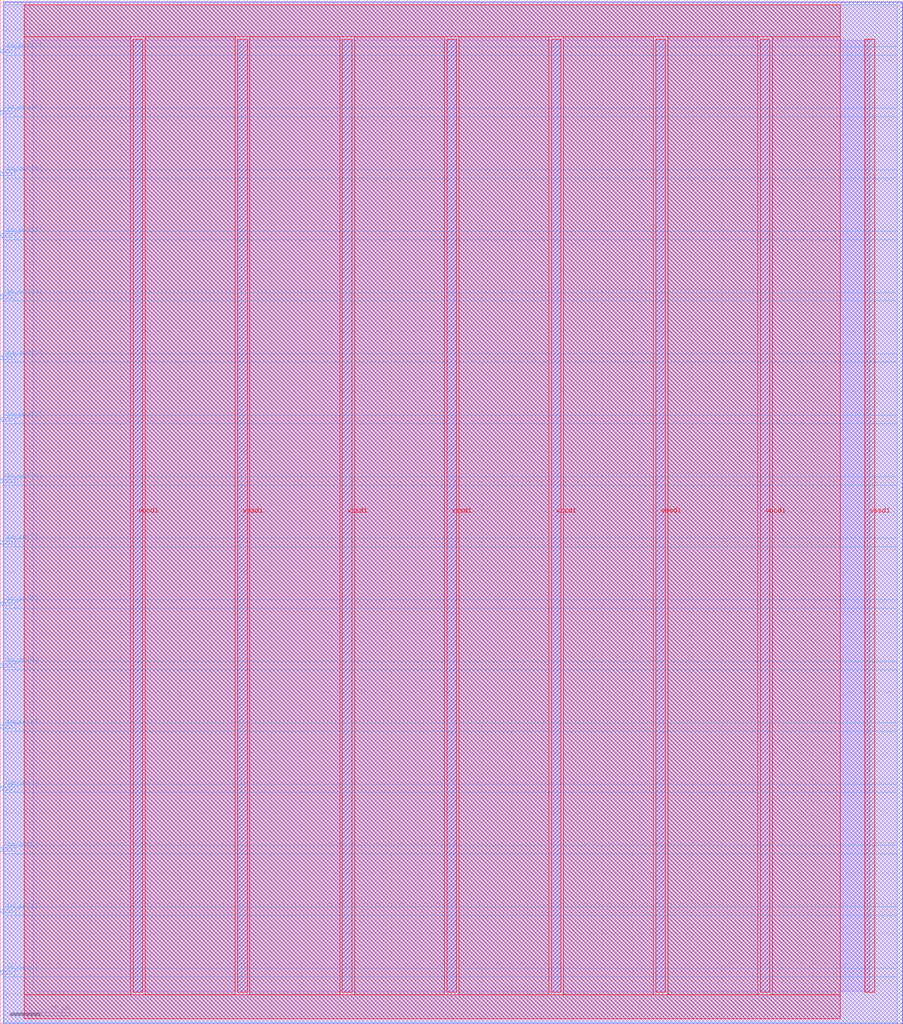
<source format=lef>
VERSION 5.7 ;
  NOWIREEXTENSIONATPIN ON ;
  DIVIDERCHAR "/" ;
  BUSBITCHARS "[]" ;
MACRO tomkeddie_top_tto_a
  CLASS BLOCK ;
  FOREIGN tomkeddie_top_tto_a ;
  ORIGIN 0.000 0.000 ;
  SIZE 150.000 BY 170.000 ;
  PIN io_in[0]
    DIRECTION INPUT ;
    USE SIGNAL ;
    PORT
      LAYER met3 ;
        RECT 0.000 8.200 2.000 8.800 ;
    END
  END io_in[0]
  PIN io_in[1]
    DIRECTION INPUT ;
    USE SIGNAL ;
    PORT
      LAYER met3 ;
        RECT 0.000 18.400 2.000 19.000 ;
    END
  END io_in[1]
  PIN io_in[2]
    DIRECTION INPUT ;
    USE SIGNAL ;
    PORT
      LAYER met3 ;
        RECT 0.000 28.600 2.000 29.200 ;
    END
  END io_in[2]
  PIN io_in[3]
    DIRECTION INPUT ;
    USE SIGNAL ;
    PORT
      LAYER met3 ;
        RECT 0.000 38.800 2.000 39.400 ;
    END
  END io_in[3]
  PIN io_in[4]
    DIRECTION INPUT ;
    USE SIGNAL ;
    PORT
      LAYER met3 ;
        RECT 0.000 49.000 2.000 49.600 ;
    END
  END io_in[4]
  PIN io_in[5]
    DIRECTION INPUT ;
    USE SIGNAL ;
    PORT
      LAYER met3 ;
        RECT 0.000 59.200 2.000 59.800 ;
    END
  END io_in[5]
  PIN io_in[6]
    DIRECTION INPUT ;
    USE SIGNAL ;
    PORT
      LAYER met3 ;
        RECT 0.000 69.400 2.000 70.000 ;
    END
  END io_in[6]
  PIN io_in[7]
    DIRECTION INPUT ;
    USE SIGNAL ;
    PORT
      LAYER met3 ;
        RECT 0.000 79.600 2.000 80.200 ;
    END
  END io_in[7]
  PIN io_out[0]
    DIRECTION OUTPUT TRISTATE ;
    USE SIGNAL ;
    PORT
      LAYER met3 ;
        RECT 0.000 89.800 2.000 90.400 ;
    END
  END io_out[0]
  PIN io_out[1]
    DIRECTION OUTPUT TRISTATE ;
    USE SIGNAL ;
    PORT
      LAYER met3 ;
        RECT 0.000 100.000 2.000 100.600 ;
    END
  END io_out[1]
  PIN io_out[2]
    DIRECTION OUTPUT TRISTATE ;
    USE SIGNAL ;
    PORT
      LAYER met3 ;
        RECT 0.000 110.200 2.000 110.800 ;
    END
  END io_out[2]
  PIN io_out[3]
    DIRECTION OUTPUT TRISTATE ;
    USE SIGNAL ;
    PORT
      LAYER met3 ;
        RECT 0.000 120.400 2.000 121.000 ;
    END
  END io_out[3]
  PIN io_out[4]
    DIRECTION OUTPUT TRISTATE ;
    USE SIGNAL ;
    PORT
      LAYER met3 ;
        RECT 0.000 130.600 2.000 131.200 ;
    END
  END io_out[4]
  PIN io_out[5]
    DIRECTION OUTPUT TRISTATE ;
    USE SIGNAL ;
    PORT
      LAYER met3 ;
        RECT 0.000 140.800 2.000 141.400 ;
    END
  END io_out[5]
  PIN io_out[6]
    DIRECTION OUTPUT TRISTATE ;
    USE SIGNAL ;
    PORT
      LAYER met3 ;
        RECT 0.000 151.000 2.000 151.600 ;
    END
  END io_out[6]
  PIN io_out[7]
    DIRECTION OUTPUT TRISTATE ;
    USE SIGNAL ;
    PORT
      LAYER met3 ;
        RECT 0.000 161.200 2.000 161.800 ;
    END
  END io_out[7]
  PIN vccd1
    DIRECTION INOUT ;
    USE POWER ;
    PORT
      LAYER met4 ;
        RECT 22.085 5.200 23.685 163.440 ;
    END
    PORT
      LAYER met4 ;
        RECT 56.815 5.200 58.415 163.440 ;
    END
    PORT
      LAYER met4 ;
        RECT 91.545 5.200 93.145 163.440 ;
    END
    PORT
      LAYER met4 ;
        RECT 126.275 5.200 127.875 163.440 ;
    END
  END vccd1
  PIN vssd1
    DIRECTION INOUT ;
    USE GROUND ;
    PORT
      LAYER met4 ;
        RECT 39.450 5.200 41.050 163.440 ;
    END
    PORT
      LAYER met4 ;
        RECT 74.180 5.200 75.780 163.440 ;
    END
    PORT
      LAYER met4 ;
        RECT 108.910 5.200 110.510 163.440 ;
    END
    PORT
      LAYER met4 ;
        RECT 143.640 5.200 145.240 163.440 ;
    END
  END vssd1
  OBS
      LAYER li1 ;
        RECT 5.520 5.355 144.440 163.285 ;
      LAYER met1 ;
        RECT 0.530 0.040 149.890 169.620 ;
      LAYER met2 ;
        RECT 0.550 0.010 149.860 169.650 ;
      LAYER met3 ;
        RECT 0.525 162.200 148.975 169.145 ;
        RECT 2.400 160.800 148.975 162.200 ;
        RECT 0.525 152.000 148.975 160.800 ;
        RECT 2.400 150.600 148.975 152.000 ;
        RECT 0.525 141.800 148.975 150.600 ;
        RECT 2.400 140.400 148.975 141.800 ;
        RECT 0.525 131.600 148.975 140.400 ;
        RECT 2.400 130.200 148.975 131.600 ;
        RECT 0.525 121.400 148.975 130.200 ;
        RECT 2.400 120.000 148.975 121.400 ;
        RECT 0.525 111.200 148.975 120.000 ;
        RECT 2.400 109.800 148.975 111.200 ;
        RECT 0.525 101.000 148.975 109.800 ;
        RECT 2.400 99.600 148.975 101.000 ;
        RECT 0.525 90.800 148.975 99.600 ;
        RECT 2.400 89.400 148.975 90.800 ;
        RECT 0.525 80.600 148.975 89.400 ;
        RECT 2.400 79.200 148.975 80.600 ;
        RECT 0.525 70.400 148.975 79.200 ;
        RECT 2.400 69.000 148.975 70.400 ;
        RECT 0.525 60.200 148.975 69.000 ;
        RECT 2.400 58.800 148.975 60.200 ;
        RECT 0.525 50.000 148.975 58.800 ;
        RECT 2.400 48.600 148.975 50.000 ;
        RECT 0.525 39.800 148.975 48.600 ;
        RECT 2.400 38.400 148.975 39.800 ;
        RECT 0.525 29.600 148.975 38.400 ;
        RECT 2.400 28.200 148.975 29.600 ;
        RECT 0.525 19.400 148.975 28.200 ;
        RECT 2.400 18.000 148.975 19.400 ;
        RECT 0.525 9.200 148.975 18.000 ;
        RECT 2.400 7.800 148.975 9.200 ;
        RECT 0.525 0.175 148.975 7.800 ;
      LAYER met4 ;
        RECT 3.975 163.840 139.545 169.145 ;
        RECT 3.975 4.800 21.685 163.840 ;
        RECT 24.085 4.800 39.050 163.840 ;
        RECT 41.450 4.800 56.415 163.840 ;
        RECT 58.815 4.800 73.780 163.840 ;
        RECT 76.180 4.800 91.145 163.840 ;
        RECT 93.545 4.800 108.510 163.840 ;
        RECT 110.910 4.800 125.875 163.840 ;
        RECT 128.275 4.800 139.545 163.840 ;
        RECT 3.975 0.855 139.545 4.800 ;
  END
END tomkeddie_top_tto_a
END LIBRARY


</source>
